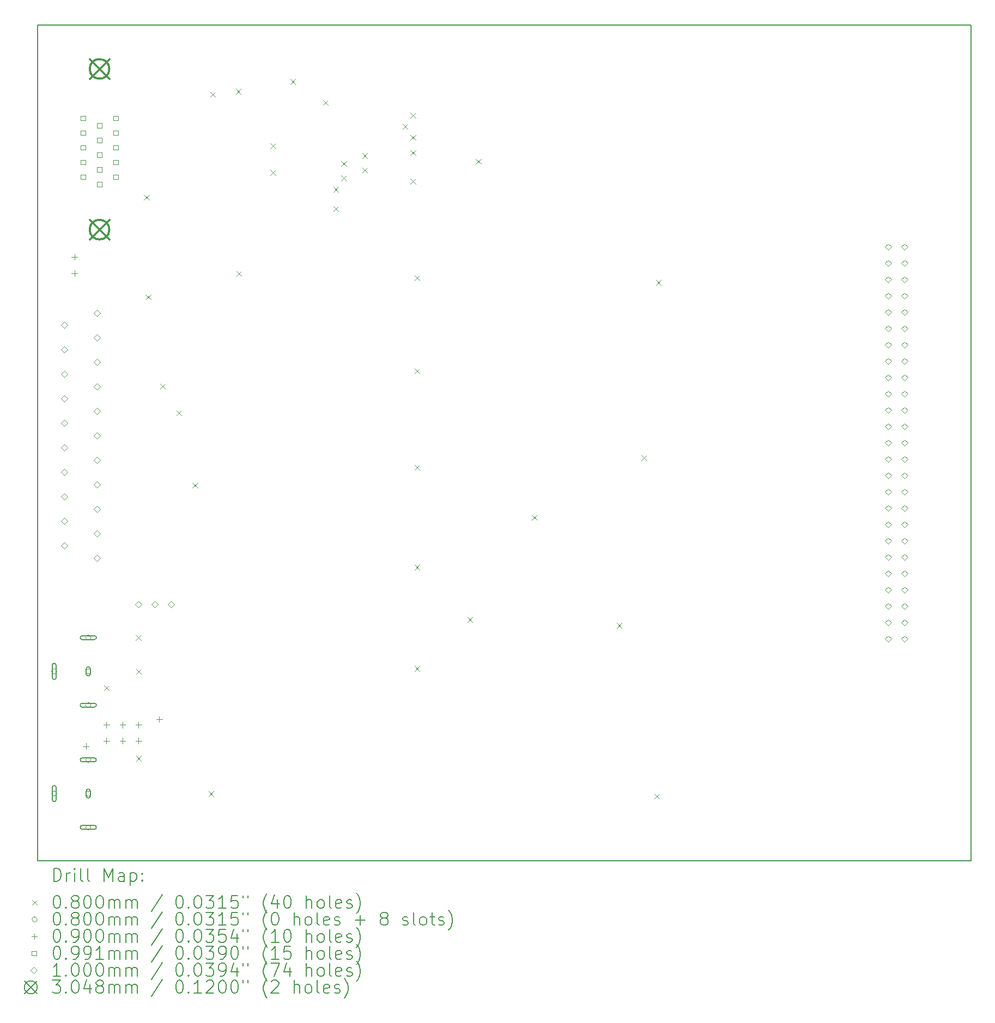
<source format=gbr>
%FSLAX45Y45*%
G04 Gerber Fmt 4.5, Leading zero omitted, Abs format (unit mm)*
G04 Created by KiCad (PCBNEW 6.0.2+dfsg-1) date 2024-08-10 18:00:21*
%MOMM*%
%LPD*%
G01*
G04 APERTURE LIST*
%TA.AperFunction,Profile*%
%ADD10C,0.150000*%
%TD*%
%ADD11C,0.200000*%
%ADD12C,0.080000*%
%ADD13C,0.090000*%
%ADD14C,0.099060*%
%ADD15C,0.100000*%
%ADD16C,0.304800*%
G04 APERTURE END LIST*
D10*
X22782500Y-16015000D02*
X8280000Y-16015000D01*
X8280000Y-16015000D02*
X8280000Y-3015000D01*
X8280000Y-3015000D02*
X22782500Y-3015000D01*
X22782500Y-3015000D02*
X22782500Y-16015000D01*
D11*
D12*
X9308650Y-13285000D02*
X9388650Y-13365000D01*
X9388650Y-13285000D02*
X9308650Y-13365000D01*
X9803650Y-12505000D02*
X9883650Y-12585000D01*
X9883650Y-12505000D02*
X9803650Y-12585000D01*
X9808650Y-13035000D02*
X9888650Y-13115000D01*
X9888650Y-13035000D02*
X9808650Y-13115000D01*
X9808650Y-14385000D02*
X9888650Y-14465000D01*
X9888650Y-14385000D02*
X9808650Y-14465000D01*
X9933650Y-5660000D02*
X10013650Y-5740000D01*
X10013650Y-5660000D02*
X9933650Y-5740000D01*
X9958650Y-7210000D02*
X10038650Y-7290000D01*
X10038650Y-7210000D02*
X9958650Y-7290000D01*
X10183650Y-8598000D02*
X10263650Y-8678000D01*
X10263650Y-8598000D02*
X10183650Y-8678000D01*
X10433650Y-9010000D02*
X10513650Y-9090000D01*
X10513650Y-9010000D02*
X10433650Y-9090000D01*
X10683650Y-10135000D02*
X10763650Y-10215000D01*
X10763650Y-10135000D02*
X10683650Y-10215000D01*
X10933650Y-14935000D02*
X11013650Y-15015000D01*
X11013650Y-14935000D02*
X10933650Y-15015000D01*
X10958650Y-4060000D02*
X11038650Y-4140000D01*
X11038650Y-4060000D02*
X10958650Y-4140000D01*
X11358650Y-4010000D02*
X11438650Y-4090000D01*
X11438650Y-4010000D02*
X11358650Y-4090000D01*
X11364600Y-6843400D02*
X11444600Y-6923400D01*
X11444600Y-6843400D02*
X11364600Y-6923400D01*
X11896150Y-4860000D02*
X11976150Y-4940000D01*
X11976150Y-4860000D02*
X11896150Y-4940000D01*
X11896150Y-5272500D02*
X11976150Y-5352500D01*
X11976150Y-5272500D02*
X11896150Y-5352500D01*
X12202800Y-3860000D02*
X12282800Y-3940000D01*
X12282800Y-3860000D02*
X12202800Y-3940000D01*
X12712800Y-4184600D02*
X12792800Y-4264600D01*
X12792800Y-4184600D02*
X12712800Y-4264600D01*
X12872150Y-5534600D02*
X12952150Y-5614600D01*
X12952150Y-5534600D02*
X12872150Y-5614600D01*
X12872150Y-5834600D02*
X12952150Y-5914600D01*
X12952150Y-5834600D02*
X12872150Y-5914600D01*
X12997150Y-5134600D02*
X13077150Y-5214600D01*
X13077150Y-5134600D02*
X12997150Y-5214600D01*
X12997150Y-5359600D02*
X13077150Y-5439600D01*
X13077150Y-5359600D02*
X12997150Y-5439600D01*
X13322150Y-5009600D02*
X13402150Y-5089600D01*
X13402150Y-5009600D02*
X13322150Y-5089600D01*
X13322150Y-5234600D02*
X13402150Y-5314600D01*
X13402150Y-5234600D02*
X13322150Y-5314600D01*
X13947150Y-4559600D02*
X14027150Y-4639600D01*
X14027150Y-4559600D02*
X13947150Y-4639600D01*
X14072150Y-4384600D02*
X14152150Y-4464600D01*
X14152150Y-4384600D02*
X14072150Y-4464600D01*
X14072150Y-4726600D02*
X14152150Y-4806600D01*
X14152150Y-4726600D02*
X14072150Y-4806600D01*
X14072150Y-5409600D02*
X14152150Y-5489600D01*
X14152150Y-5409600D02*
X14072150Y-5489600D01*
X14073800Y-4963800D02*
X14153800Y-5043800D01*
X14153800Y-4963800D02*
X14073800Y-5043800D01*
X14133650Y-6910000D02*
X14213650Y-6990000D01*
X14213650Y-6910000D02*
X14133650Y-6990000D01*
X14133650Y-8360000D02*
X14213650Y-8440000D01*
X14213650Y-8360000D02*
X14133650Y-8440000D01*
X14133650Y-9860000D02*
X14213650Y-9940000D01*
X14213650Y-9860000D02*
X14133650Y-9940000D01*
X14133650Y-11410000D02*
X14213650Y-11490000D01*
X14213650Y-11410000D02*
X14133650Y-11490000D01*
X14133650Y-12985000D02*
X14213650Y-13065000D01*
X14213650Y-12985000D02*
X14133650Y-13065000D01*
X14958650Y-12223300D02*
X15038650Y-12303300D01*
X15038650Y-12223300D02*
X14958650Y-12303300D01*
X15089250Y-5101600D02*
X15169250Y-5181600D01*
X15169250Y-5101600D02*
X15089250Y-5181600D01*
X15960000Y-10635000D02*
X16040000Y-10715000D01*
X16040000Y-10635000D02*
X15960000Y-10715000D01*
X17276150Y-12317500D02*
X17356150Y-12397500D01*
X17356150Y-12317500D02*
X17276150Y-12397500D01*
X17660000Y-9710000D02*
X17740000Y-9790000D01*
X17740000Y-9710000D02*
X17660000Y-9790000D01*
X17858650Y-14970000D02*
X17938650Y-15050000D01*
X17938650Y-14970000D02*
X17858650Y-15050000D01*
X17885000Y-6985000D02*
X17965000Y-7065000D01*
X17965000Y-6985000D02*
X17885000Y-7065000D01*
X8575937Y-14970000D02*
G75*
G03*
X8575937Y-14970000I-40000J0D01*
G01*
D11*
X8505937Y-14875000D02*
X8505937Y-15065000D01*
X8565937Y-14875000D02*
X8565937Y-15065000D01*
X8505937Y-15065000D02*
G75*
G03*
X8565937Y-15065000I30000J0D01*
G01*
X8565937Y-14875000D02*
G75*
G03*
X8505937Y-14875000I-30000J0D01*
G01*
D12*
X8576150Y-13070000D02*
G75*
G03*
X8576150Y-13070000I-40000J0D01*
G01*
D11*
X8506150Y-12975000D02*
X8506150Y-13165000D01*
X8566150Y-12975000D02*
X8566150Y-13165000D01*
X8506150Y-13165000D02*
G75*
G03*
X8566150Y-13165000I30000J0D01*
G01*
X8566150Y-12975000D02*
G75*
G03*
X8506150Y-12975000I-30000J0D01*
G01*
D12*
X9105937Y-14445000D02*
G75*
G03*
X9105937Y-14445000I-40000J0D01*
G01*
D11*
X8970937Y-14475000D02*
X9160937Y-14475000D01*
X8970937Y-14415000D02*
X9160937Y-14415000D01*
X9160937Y-14475000D02*
G75*
G03*
X9160937Y-14415000I0J30000D01*
G01*
X8970937Y-14415000D02*
G75*
G03*
X8970937Y-14475000I0J-30000D01*
G01*
D12*
X9105937Y-14970000D02*
G75*
G03*
X9105937Y-14970000I-40000J0D01*
G01*
D11*
X9035937Y-14930000D02*
X9035937Y-15010000D01*
X9095937Y-14930000D02*
X9095937Y-15010000D01*
X9035937Y-15010000D02*
G75*
G03*
X9095937Y-15010000I30000J0D01*
G01*
X9095937Y-14930000D02*
G75*
G03*
X9035937Y-14930000I-30000J0D01*
G01*
D12*
X9105937Y-15495000D02*
G75*
G03*
X9105937Y-15495000I-40000J0D01*
G01*
D11*
X8970937Y-15525000D02*
X9160937Y-15525000D01*
X8970937Y-15465000D02*
X9160937Y-15465000D01*
X9160937Y-15525000D02*
G75*
G03*
X9160937Y-15465000I0J30000D01*
G01*
X8970937Y-15465000D02*
G75*
G03*
X8970937Y-15525000I0J-30000D01*
G01*
D12*
X9106150Y-12545000D02*
G75*
G03*
X9106150Y-12545000I-40000J0D01*
G01*
D11*
X8971150Y-12575000D02*
X9161150Y-12575000D01*
X8971150Y-12515000D02*
X9161150Y-12515000D01*
X9161150Y-12575000D02*
G75*
G03*
X9161150Y-12515000I0J30000D01*
G01*
X8971150Y-12515000D02*
G75*
G03*
X8971150Y-12575000I0J-30000D01*
G01*
D12*
X9106150Y-13070000D02*
G75*
G03*
X9106150Y-13070000I-40000J0D01*
G01*
D11*
X9036150Y-13030000D02*
X9036150Y-13110000D01*
X9096150Y-13030000D02*
X9096150Y-13110000D01*
X9036150Y-13110000D02*
G75*
G03*
X9096150Y-13110000I30000J0D01*
G01*
X9096150Y-13030000D02*
G75*
G03*
X9036150Y-13030000I-30000J0D01*
G01*
D12*
X9106150Y-13595000D02*
G75*
G03*
X9106150Y-13595000I-40000J0D01*
G01*
D11*
X8971150Y-13625000D02*
X9161150Y-13625000D01*
X8971150Y-13565000D02*
X9161150Y-13565000D01*
X9161150Y-13625000D02*
G75*
G03*
X9161150Y-13565000I0J30000D01*
G01*
X8971150Y-13565000D02*
G75*
G03*
X8971150Y-13625000I0J-30000D01*
G01*
D13*
X8851150Y-6580000D02*
X8851150Y-6670000D01*
X8806150Y-6625000D02*
X8896150Y-6625000D01*
X8851150Y-6834000D02*
X8851150Y-6924000D01*
X8806150Y-6879000D02*
X8896150Y-6879000D01*
X9028650Y-14190000D02*
X9028650Y-14280000D01*
X8983650Y-14235000D02*
X9073650Y-14235000D01*
X9348650Y-13855000D02*
X9348650Y-13945000D01*
X9303650Y-13900000D02*
X9393650Y-13900000D01*
X9348650Y-14105000D02*
X9348650Y-14195000D01*
X9303650Y-14150000D02*
X9393650Y-14150000D01*
X9598650Y-13855000D02*
X9598650Y-13945000D01*
X9553650Y-13900000D02*
X9643650Y-13900000D01*
X9598650Y-14105000D02*
X9598650Y-14195000D01*
X9553650Y-14150000D02*
X9643650Y-14150000D01*
X9848650Y-13855000D02*
X9848650Y-13945000D01*
X9803650Y-13900000D02*
X9893650Y-13900000D01*
X9848650Y-14105000D02*
X9848650Y-14195000D01*
X9803650Y-14150000D02*
X9893650Y-14150000D01*
X10168650Y-13770000D02*
X10168650Y-13860000D01*
X10123650Y-13815000D02*
X10213650Y-13815000D01*
D14*
X9020896Y-4502423D02*
X9020896Y-4432377D01*
X8950850Y-4432377D01*
X8950850Y-4502423D01*
X9020896Y-4502423D01*
X9020896Y-4731023D02*
X9020896Y-4660977D01*
X8950850Y-4660977D01*
X8950850Y-4731023D01*
X9020896Y-4731023D01*
X9020896Y-4959623D02*
X9020896Y-4889577D01*
X8950850Y-4889577D01*
X8950850Y-4959623D01*
X9020896Y-4959623D01*
X9020896Y-5188223D02*
X9020896Y-5118177D01*
X8950850Y-5118177D01*
X8950850Y-5188223D01*
X9020896Y-5188223D01*
X9020896Y-5416823D02*
X9020896Y-5346777D01*
X8950850Y-5346777D01*
X8950850Y-5416823D01*
X9020896Y-5416823D01*
X9274896Y-4616723D02*
X9274896Y-4546677D01*
X9204850Y-4546677D01*
X9204850Y-4616723D01*
X9274896Y-4616723D01*
X9274896Y-4845323D02*
X9274896Y-4775277D01*
X9204850Y-4775277D01*
X9204850Y-4845323D01*
X9274896Y-4845323D01*
X9274896Y-5073923D02*
X9274896Y-5003877D01*
X9204850Y-5003877D01*
X9204850Y-5073923D01*
X9274896Y-5073923D01*
X9274896Y-5302523D02*
X9274896Y-5232477D01*
X9204850Y-5232477D01*
X9204850Y-5302523D01*
X9274896Y-5302523D01*
X9274896Y-5531123D02*
X9274896Y-5461077D01*
X9204850Y-5461077D01*
X9204850Y-5531123D01*
X9274896Y-5531123D01*
X9528896Y-4502423D02*
X9528896Y-4432377D01*
X9458850Y-4432377D01*
X9458850Y-4502423D01*
X9528896Y-4502423D01*
X9528896Y-4731023D02*
X9528896Y-4660977D01*
X9458850Y-4660977D01*
X9458850Y-4731023D01*
X9528896Y-4731023D01*
X9528896Y-4959623D02*
X9528896Y-4889577D01*
X9458850Y-4889577D01*
X9458850Y-4959623D01*
X9528896Y-4959623D01*
X9528896Y-5188223D02*
X9528896Y-5118177D01*
X9458850Y-5118177D01*
X9458850Y-5188223D01*
X9528896Y-5188223D01*
X9528896Y-5416823D02*
X9528896Y-5346777D01*
X9458850Y-5346777D01*
X9458850Y-5416823D01*
X9528896Y-5416823D01*
D15*
X8692000Y-7735500D02*
X8742000Y-7685500D01*
X8692000Y-7635500D01*
X8642000Y-7685500D01*
X8692000Y-7735500D01*
X8692000Y-8116500D02*
X8742000Y-8066500D01*
X8692000Y-8016500D01*
X8642000Y-8066500D01*
X8692000Y-8116500D01*
X8692000Y-8497500D02*
X8742000Y-8447500D01*
X8692000Y-8397500D01*
X8642000Y-8447500D01*
X8692000Y-8497500D01*
X8692000Y-8878500D02*
X8742000Y-8828500D01*
X8692000Y-8778500D01*
X8642000Y-8828500D01*
X8692000Y-8878500D01*
X8692000Y-9259500D02*
X8742000Y-9209500D01*
X8692000Y-9159500D01*
X8642000Y-9209500D01*
X8692000Y-9259500D01*
X8692000Y-9640500D02*
X8742000Y-9590500D01*
X8692000Y-9540500D01*
X8642000Y-9590500D01*
X8692000Y-9640500D01*
X8692000Y-10021500D02*
X8742000Y-9971500D01*
X8692000Y-9921500D01*
X8642000Y-9971500D01*
X8692000Y-10021500D01*
X8692000Y-10402500D02*
X8742000Y-10352500D01*
X8692000Y-10302500D01*
X8642000Y-10352500D01*
X8692000Y-10402500D01*
X8692000Y-10783500D02*
X8742000Y-10733500D01*
X8692000Y-10683500D01*
X8642000Y-10733500D01*
X8692000Y-10783500D01*
X8692000Y-11164500D02*
X8742000Y-11114500D01*
X8692000Y-11064500D01*
X8642000Y-11114500D01*
X8692000Y-11164500D01*
X9200000Y-7545000D02*
X9250000Y-7495000D01*
X9200000Y-7445000D01*
X9150000Y-7495000D01*
X9200000Y-7545000D01*
X9200000Y-7926000D02*
X9250000Y-7876000D01*
X9200000Y-7826000D01*
X9150000Y-7876000D01*
X9200000Y-7926000D01*
X9200000Y-8307000D02*
X9250000Y-8257000D01*
X9200000Y-8207000D01*
X9150000Y-8257000D01*
X9200000Y-8307000D01*
X9200000Y-8688000D02*
X9250000Y-8638000D01*
X9200000Y-8588000D01*
X9150000Y-8638000D01*
X9200000Y-8688000D01*
X9200000Y-9069000D02*
X9250000Y-9019000D01*
X9200000Y-8969000D01*
X9150000Y-9019000D01*
X9200000Y-9069000D01*
X9200000Y-9450000D02*
X9250000Y-9400000D01*
X9200000Y-9350000D01*
X9150000Y-9400000D01*
X9200000Y-9450000D01*
X9200000Y-9831000D02*
X9250000Y-9781000D01*
X9200000Y-9731000D01*
X9150000Y-9781000D01*
X9200000Y-9831000D01*
X9200000Y-10212000D02*
X9250000Y-10162000D01*
X9200000Y-10112000D01*
X9150000Y-10162000D01*
X9200000Y-10212000D01*
X9200000Y-10593000D02*
X9250000Y-10543000D01*
X9200000Y-10493000D01*
X9150000Y-10543000D01*
X9200000Y-10593000D01*
X9200000Y-10974000D02*
X9250000Y-10924000D01*
X9200000Y-10874000D01*
X9150000Y-10924000D01*
X9200000Y-10974000D01*
X9200000Y-11355000D02*
X9250000Y-11305000D01*
X9200000Y-11255000D01*
X9150000Y-11305000D01*
X9200000Y-11355000D01*
X9846150Y-12075000D02*
X9896150Y-12025000D01*
X9846150Y-11975000D01*
X9796150Y-12025000D01*
X9846150Y-12075000D01*
X10100150Y-12075000D02*
X10150150Y-12025000D01*
X10100150Y-11975000D01*
X10050150Y-12025000D01*
X10100150Y-12075000D01*
X10354150Y-12075000D02*
X10404150Y-12025000D01*
X10354150Y-11975000D01*
X10304150Y-12025000D01*
X10354150Y-12075000D01*
X21492000Y-6518500D02*
X21542000Y-6468500D01*
X21492000Y-6418500D01*
X21442000Y-6468500D01*
X21492000Y-6518500D01*
X21492000Y-6772500D02*
X21542000Y-6722500D01*
X21492000Y-6672500D01*
X21442000Y-6722500D01*
X21492000Y-6772500D01*
X21492000Y-7026500D02*
X21542000Y-6976500D01*
X21492000Y-6926500D01*
X21442000Y-6976500D01*
X21492000Y-7026500D01*
X21492000Y-7280500D02*
X21542000Y-7230500D01*
X21492000Y-7180500D01*
X21442000Y-7230500D01*
X21492000Y-7280500D01*
X21492000Y-7534500D02*
X21542000Y-7484500D01*
X21492000Y-7434500D01*
X21442000Y-7484500D01*
X21492000Y-7534500D01*
X21492000Y-7788500D02*
X21542000Y-7738500D01*
X21492000Y-7688500D01*
X21442000Y-7738500D01*
X21492000Y-7788500D01*
X21492000Y-8042500D02*
X21542000Y-7992500D01*
X21492000Y-7942500D01*
X21442000Y-7992500D01*
X21492000Y-8042500D01*
X21492000Y-8296500D02*
X21542000Y-8246500D01*
X21492000Y-8196500D01*
X21442000Y-8246500D01*
X21492000Y-8296500D01*
X21492000Y-8550500D02*
X21542000Y-8500500D01*
X21492000Y-8450500D01*
X21442000Y-8500500D01*
X21492000Y-8550500D01*
X21492000Y-8804500D02*
X21542000Y-8754500D01*
X21492000Y-8704500D01*
X21442000Y-8754500D01*
X21492000Y-8804500D01*
X21492000Y-9058500D02*
X21542000Y-9008500D01*
X21492000Y-8958500D01*
X21442000Y-9008500D01*
X21492000Y-9058500D01*
X21492000Y-9312500D02*
X21542000Y-9262500D01*
X21492000Y-9212500D01*
X21442000Y-9262500D01*
X21492000Y-9312500D01*
X21492000Y-9566500D02*
X21542000Y-9516500D01*
X21492000Y-9466500D01*
X21442000Y-9516500D01*
X21492000Y-9566500D01*
X21492000Y-9820500D02*
X21542000Y-9770500D01*
X21492000Y-9720500D01*
X21442000Y-9770500D01*
X21492000Y-9820500D01*
X21492000Y-10074500D02*
X21542000Y-10024500D01*
X21492000Y-9974500D01*
X21442000Y-10024500D01*
X21492000Y-10074500D01*
X21492000Y-10328500D02*
X21542000Y-10278500D01*
X21492000Y-10228500D01*
X21442000Y-10278500D01*
X21492000Y-10328500D01*
X21492000Y-10582500D02*
X21542000Y-10532500D01*
X21492000Y-10482500D01*
X21442000Y-10532500D01*
X21492000Y-10582500D01*
X21492000Y-10836500D02*
X21542000Y-10786500D01*
X21492000Y-10736500D01*
X21442000Y-10786500D01*
X21492000Y-10836500D01*
X21492000Y-11090500D02*
X21542000Y-11040500D01*
X21492000Y-10990500D01*
X21442000Y-11040500D01*
X21492000Y-11090500D01*
X21492000Y-11344500D02*
X21542000Y-11294500D01*
X21492000Y-11244500D01*
X21442000Y-11294500D01*
X21492000Y-11344500D01*
X21492000Y-11598500D02*
X21542000Y-11548500D01*
X21492000Y-11498500D01*
X21442000Y-11548500D01*
X21492000Y-11598500D01*
X21492000Y-11852500D02*
X21542000Y-11802500D01*
X21492000Y-11752500D01*
X21442000Y-11802500D01*
X21492000Y-11852500D01*
X21492000Y-12106500D02*
X21542000Y-12056500D01*
X21492000Y-12006500D01*
X21442000Y-12056500D01*
X21492000Y-12106500D01*
X21492000Y-12360500D02*
X21542000Y-12310500D01*
X21492000Y-12260500D01*
X21442000Y-12310500D01*
X21492000Y-12360500D01*
X21492000Y-12614500D02*
X21542000Y-12564500D01*
X21492000Y-12514500D01*
X21442000Y-12564500D01*
X21492000Y-12614500D01*
X21746000Y-6518500D02*
X21796000Y-6468500D01*
X21746000Y-6418500D01*
X21696000Y-6468500D01*
X21746000Y-6518500D01*
X21746000Y-6772500D02*
X21796000Y-6722500D01*
X21746000Y-6672500D01*
X21696000Y-6722500D01*
X21746000Y-6772500D01*
X21746000Y-7026500D02*
X21796000Y-6976500D01*
X21746000Y-6926500D01*
X21696000Y-6976500D01*
X21746000Y-7026500D01*
X21746000Y-7280500D02*
X21796000Y-7230500D01*
X21746000Y-7180500D01*
X21696000Y-7230500D01*
X21746000Y-7280500D01*
X21746000Y-7534500D02*
X21796000Y-7484500D01*
X21746000Y-7434500D01*
X21696000Y-7484500D01*
X21746000Y-7534500D01*
X21746000Y-7788500D02*
X21796000Y-7738500D01*
X21746000Y-7688500D01*
X21696000Y-7738500D01*
X21746000Y-7788500D01*
X21746000Y-8042500D02*
X21796000Y-7992500D01*
X21746000Y-7942500D01*
X21696000Y-7992500D01*
X21746000Y-8042500D01*
X21746000Y-8296500D02*
X21796000Y-8246500D01*
X21746000Y-8196500D01*
X21696000Y-8246500D01*
X21746000Y-8296500D01*
X21746000Y-8550500D02*
X21796000Y-8500500D01*
X21746000Y-8450500D01*
X21696000Y-8500500D01*
X21746000Y-8550500D01*
X21746000Y-8804500D02*
X21796000Y-8754500D01*
X21746000Y-8704500D01*
X21696000Y-8754500D01*
X21746000Y-8804500D01*
X21746000Y-9058500D02*
X21796000Y-9008500D01*
X21746000Y-8958500D01*
X21696000Y-9008500D01*
X21746000Y-9058500D01*
X21746000Y-9312500D02*
X21796000Y-9262500D01*
X21746000Y-9212500D01*
X21696000Y-9262500D01*
X21746000Y-9312500D01*
X21746000Y-9566500D02*
X21796000Y-9516500D01*
X21746000Y-9466500D01*
X21696000Y-9516500D01*
X21746000Y-9566500D01*
X21746000Y-9820500D02*
X21796000Y-9770500D01*
X21746000Y-9720500D01*
X21696000Y-9770500D01*
X21746000Y-9820500D01*
X21746000Y-10074500D02*
X21796000Y-10024500D01*
X21746000Y-9974500D01*
X21696000Y-10024500D01*
X21746000Y-10074500D01*
X21746000Y-10328500D02*
X21796000Y-10278500D01*
X21746000Y-10228500D01*
X21696000Y-10278500D01*
X21746000Y-10328500D01*
X21746000Y-10582500D02*
X21796000Y-10532500D01*
X21746000Y-10482500D01*
X21696000Y-10532500D01*
X21746000Y-10582500D01*
X21746000Y-10836500D02*
X21796000Y-10786500D01*
X21746000Y-10736500D01*
X21696000Y-10786500D01*
X21746000Y-10836500D01*
X21746000Y-11090500D02*
X21796000Y-11040500D01*
X21746000Y-10990500D01*
X21696000Y-11040500D01*
X21746000Y-11090500D01*
X21746000Y-11344500D02*
X21796000Y-11294500D01*
X21746000Y-11244500D01*
X21696000Y-11294500D01*
X21746000Y-11344500D01*
X21746000Y-11598500D02*
X21796000Y-11548500D01*
X21746000Y-11498500D01*
X21696000Y-11548500D01*
X21746000Y-11598500D01*
X21746000Y-11852500D02*
X21796000Y-11802500D01*
X21746000Y-11752500D01*
X21696000Y-11802500D01*
X21746000Y-11852500D01*
X21746000Y-12106500D02*
X21796000Y-12056500D01*
X21746000Y-12006500D01*
X21696000Y-12056500D01*
X21746000Y-12106500D01*
X21746000Y-12360500D02*
X21796000Y-12310500D01*
X21746000Y-12260500D01*
X21696000Y-12310500D01*
X21746000Y-12360500D01*
X21746000Y-12614500D02*
X21796000Y-12564500D01*
X21746000Y-12514500D01*
X21696000Y-12564500D01*
X21746000Y-12614500D01*
D16*
X9087473Y-3547920D02*
X9392273Y-3852720D01*
X9392273Y-3547920D02*
X9087473Y-3852720D01*
X9392273Y-3700320D02*
G75*
G03*
X9392273Y-3700320I-152400J0D01*
G01*
X9087473Y-6047280D02*
X9392273Y-6352080D01*
X9392273Y-6047280D02*
X9087473Y-6352080D01*
X9392273Y-6199680D02*
G75*
G03*
X9392273Y-6199680I-152400J0D01*
G01*
D11*
X8530119Y-16332976D02*
X8530119Y-16132976D01*
X8577738Y-16132976D01*
X8606310Y-16142500D01*
X8625357Y-16161548D01*
X8634881Y-16180595D01*
X8644405Y-16218690D01*
X8644405Y-16247262D01*
X8634881Y-16285357D01*
X8625357Y-16304405D01*
X8606310Y-16323452D01*
X8577738Y-16332976D01*
X8530119Y-16332976D01*
X8730119Y-16332976D02*
X8730119Y-16199643D01*
X8730119Y-16237738D02*
X8739643Y-16218690D01*
X8749167Y-16209167D01*
X8768214Y-16199643D01*
X8787262Y-16199643D01*
X8853929Y-16332976D02*
X8853929Y-16199643D01*
X8853929Y-16132976D02*
X8844405Y-16142500D01*
X8853929Y-16152024D01*
X8863452Y-16142500D01*
X8853929Y-16132976D01*
X8853929Y-16152024D01*
X8977738Y-16332976D02*
X8958690Y-16323452D01*
X8949167Y-16304405D01*
X8949167Y-16132976D01*
X9082500Y-16332976D02*
X9063452Y-16323452D01*
X9053929Y-16304405D01*
X9053929Y-16132976D01*
X9311071Y-16332976D02*
X9311071Y-16132976D01*
X9377738Y-16275833D01*
X9444405Y-16132976D01*
X9444405Y-16332976D01*
X9625357Y-16332976D02*
X9625357Y-16228214D01*
X9615833Y-16209167D01*
X9596786Y-16199643D01*
X9558690Y-16199643D01*
X9539643Y-16209167D01*
X9625357Y-16323452D02*
X9606310Y-16332976D01*
X9558690Y-16332976D01*
X9539643Y-16323452D01*
X9530119Y-16304405D01*
X9530119Y-16285357D01*
X9539643Y-16266309D01*
X9558690Y-16256786D01*
X9606310Y-16256786D01*
X9625357Y-16247262D01*
X9720595Y-16199643D02*
X9720595Y-16399643D01*
X9720595Y-16209167D02*
X9739643Y-16199643D01*
X9777738Y-16199643D01*
X9796786Y-16209167D01*
X9806310Y-16218690D01*
X9815833Y-16237738D01*
X9815833Y-16294881D01*
X9806310Y-16313928D01*
X9796786Y-16323452D01*
X9777738Y-16332976D01*
X9739643Y-16332976D01*
X9720595Y-16323452D01*
X9901548Y-16313928D02*
X9911071Y-16323452D01*
X9901548Y-16332976D01*
X9892024Y-16323452D01*
X9901548Y-16313928D01*
X9901548Y-16332976D01*
X9901548Y-16209167D02*
X9911071Y-16218690D01*
X9901548Y-16228214D01*
X9892024Y-16218690D01*
X9901548Y-16209167D01*
X9901548Y-16228214D01*
D12*
X8192500Y-16622500D02*
X8272500Y-16702500D01*
X8272500Y-16622500D02*
X8192500Y-16702500D01*
D11*
X8568214Y-16552976D02*
X8587262Y-16552976D01*
X8606310Y-16562500D01*
X8615833Y-16572024D01*
X8625357Y-16591071D01*
X8634881Y-16629167D01*
X8634881Y-16676786D01*
X8625357Y-16714881D01*
X8615833Y-16733928D01*
X8606310Y-16743452D01*
X8587262Y-16752976D01*
X8568214Y-16752976D01*
X8549167Y-16743452D01*
X8539643Y-16733928D01*
X8530119Y-16714881D01*
X8520595Y-16676786D01*
X8520595Y-16629167D01*
X8530119Y-16591071D01*
X8539643Y-16572024D01*
X8549167Y-16562500D01*
X8568214Y-16552976D01*
X8720595Y-16733928D02*
X8730119Y-16743452D01*
X8720595Y-16752976D01*
X8711071Y-16743452D01*
X8720595Y-16733928D01*
X8720595Y-16752976D01*
X8844405Y-16638690D02*
X8825357Y-16629167D01*
X8815833Y-16619643D01*
X8806310Y-16600595D01*
X8806310Y-16591071D01*
X8815833Y-16572024D01*
X8825357Y-16562500D01*
X8844405Y-16552976D01*
X8882500Y-16552976D01*
X8901548Y-16562500D01*
X8911071Y-16572024D01*
X8920595Y-16591071D01*
X8920595Y-16600595D01*
X8911071Y-16619643D01*
X8901548Y-16629167D01*
X8882500Y-16638690D01*
X8844405Y-16638690D01*
X8825357Y-16648214D01*
X8815833Y-16657738D01*
X8806310Y-16676786D01*
X8806310Y-16714881D01*
X8815833Y-16733928D01*
X8825357Y-16743452D01*
X8844405Y-16752976D01*
X8882500Y-16752976D01*
X8901548Y-16743452D01*
X8911071Y-16733928D01*
X8920595Y-16714881D01*
X8920595Y-16676786D01*
X8911071Y-16657738D01*
X8901548Y-16648214D01*
X8882500Y-16638690D01*
X9044405Y-16552976D02*
X9063452Y-16552976D01*
X9082500Y-16562500D01*
X9092024Y-16572024D01*
X9101548Y-16591071D01*
X9111071Y-16629167D01*
X9111071Y-16676786D01*
X9101548Y-16714881D01*
X9092024Y-16733928D01*
X9082500Y-16743452D01*
X9063452Y-16752976D01*
X9044405Y-16752976D01*
X9025357Y-16743452D01*
X9015833Y-16733928D01*
X9006310Y-16714881D01*
X8996786Y-16676786D01*
X8996786Y-16629167D01*
X9006310Y-16591071D01*
X9015833Y-16572024D01*
X9025357Y-16562500D01*
X9044405Y-16552976D01*
X9234881Y-16552976D02*
X9253929Y-16552976D01*
X9272976Y-16562500D01*
X9282500Y-16572024D01*
X9292024Y-16591071D01*
X9301548Y-16629167D01*
X9301548Y-16676786D01*
X9292024Y-16714881D01*
X9282500Y-16733928D01*
X9272976Y-16743452D01*
X9253929Y-16752976D01*
X9234881Y-16752976D01*
X9215833Y-16743452D01*
X9206310Y-16733928D01*
X9196786Y-16714881D01*
X9187262Y-16676786D01*
X9187262Y-16629167D01*
X9196786Y-16591071D01*
X9206310Y-16572024D01*
X9215833Y-16562500D01*
X9234881Y-16552976D01*
X9387262Y-16752976D02*
X9387262Y-16619643D01*
X9387262Y-16638690D02*
X9396786Y-16629167D01*
X9415833Y-16619643D01*
X9444405Y-16619643D01*
X9463452Y-16629167D01*
X9472976Y-16648214D01*
X9472976Y-16752976D01*
X9472976Y-16648214D02*
X9482500Y-16629167D01*
X9501548Y-16619643D01*
X9530119Y-16619643D01*
X9549167Y-16629167D01*
X9558690Y-16648214D01*
X9558690Y-16752976D01*
X9653929Y-16752976D02*
X9653929Y-16619643D01*
X9653929Y-16638690D02*
X9663452Y-16629167D01*
X9682500Y-16619643D01*
X9711071Y-16619643D01*
X9730119Y-16629167D01*
X9739643Y-16648214D01*
X9739643Y-16752976D01*
X9739643Y-16648214D02*
X9749167Y-16629167D01*
X9768214Y-16619643D01*
X9796786Y-16619643D01*
X9815833Y-16629167D01*
X9825357Y-16648214D01*
X9825357Y-16752976D01*
X10215833Y-16543452D02*
X10044405Y-16800595D01*
X10472976Y-16552976D02*
X10492024Y-16552976D01*
X10511071Y-16562500D01*
X10520595Y-16572024D01*
X10530119Y-16591071D01*
X10539643Y-16629167D01*
X10539643Y-16676786D01*
X10530119Y-16714881D01*
X10520595Y-16733928D01*
X10511071Y-16743452D01*
X10492024Y-16752976D01*
X10472976Y-16752976D01*
X10453929Y-16743452D01*
X10444405Y-16733928D01*
X10434881Y-16714881D01*
X10425357Y-16676786D01*
X10425357Y-16629167D01*
X10434881Y-16591071D01*
X10444405Y-16572024D01*
X10453929Y-16562500D01*
X10472976Y-16552976D01*
X10625357Y-16733928D02*
X10634881Y-16743452D01*
X10625357Y-16752976D01*
X10615833Y-16743452D01*
X10625357Y-16733928D01*
X10625357Y-16752976D01*
X10758690Y-16552976D02*
X10777738Y-16552976D01*
X10796786Y-16562500D01*
X10806310Y-16572024D01*
X10815833Y-16591071D01*
X10825357Y-16629167D01*
X10825357Y-16676786D01*
X10815833Y-16714881D01*
X10806310Y-16733928D01*
X10796786Y-16743452D01*
X10777738Y-16752976D01*
X10758690Y-16752976D01*
X10739643Y-16743452D01*
X10730119Y-16733928D01*
X10720595Y-16714881D01*
X10711071Y-16676786D01*
X10711071Y-16629167D01*
X10720595Y-16591071D01*
X10730119Y-16572024D01*
X10739643Y-16562500D01*
X10758690Y-16552976D01*
X10892024Y-16552976D02*
X11015833Y-16552976D01*
X10949167Y-16629167D01*
X10977738Y-16629167D01*
X10996786Y-16638690D01*
X11006310Y-16648214D01*
X11015833Y-16667262D01*
X11015833Y-16714881D01*
X11006310Y-16733928D01*
X10996786Y-16743452D01*
X10977738Y-16752976D01*
X10920595Y-16752976D01*
X10901548Y-16743452D01*
X10892024Y-16733928D01*
X11206309Y-16752976D02*
X11092024Y-16752976D01*
X11149167Y-16752976D02*
X11149167Y-16552976D01*
X11130119Y-16581548D01*
X11111071Y-16600595D01*
X11092024Y-16610119D01*
X11387262Y-16552976D02*
X11292024Y-16552976D01*
X11282500Y-16648214D01*
X11292024Y-16638690D01*
X11311071Y-16629167D01*
X11358690Y-16629167D01*
X11377738Y-16638690D01*
X11387262Y-16648214D01*
X11396786Y-16667262D01*
X11396786Y-16714881D01*
X11387262Y-16733928D01*
X11377738Y-16743452D01*
X11358690Y-16752976D01*
X11311071Y-16752976D01*
X11292024Y-16743452D01*
X11282500Y-16733928D01*
X11472976Y-16552976D02*
X11472976Y-16591071D01*
X11549167Y-16552976D02*
X11549167Y-16591071D01*
X11844405Y-16829167D02*
X11834881Y-16819643D01*
X11815833Y-16791071D01*
X11806309Y-16772024D01*
X11796786Y-16743452D01*
X11787262Y-16695833D01*
X11787262Y-16657738D01*
X11796786Y-16610119D01*
X11806309Y-16581548D01*
X11815833Y-16562500D01*
X11834881Y-16533928D01*
X11844405Y-16524405D01*
X12006309Y-16619643D02*
X12006309Y-16752976D01*
X11958690Y-16543452D02*
X11911071Y-16686309D01*
X12034881Y-16686309D01*
X12149167Y-16552976D02*
X12168214Y-16552976D01*
X12187262Y-16562500D01*
X12196786Y-16572024D01*
X12206309Y-16591071D01*
X12215833Y-16629167D01*
X12215833Y-16676786D01*
X12206309Y-16714881D01*
X12196786Y-16733928D01*
X12187262Y-16743452D01*
X12168214Y-16752976D01*
X12149167Y-16752976D01*
X12130119Y-16743452D01*
X12120595Y-16733928D01*
X12111071Y-16714881D01*
X12101548Y-16676786D01*
X12101548Y-16629167D01*
X12111071Y-16591071D01*
X12120595Y-16572024D01*
X12130119Y-16562500D01*
X12149167Y-16552976D01*
X12453928Y-16752976D02*
X12453928Y-16552976D01*
X12539643Y-16752976D02*
X12539643Y-16648214D01*
X12530119Y-16629167D01*
X12511071Y-16619643D01*
X12482500Y-16619643D01*
X12463452Y-16629167D01*
X12453928Y-16638690D01*
X12663452Y-16752976D02*
X12644405Y-16743452D01*
X12634881Y-16733928D01*
X12625357Y-16714881D01*
X12625357Y-16657738D01*
X12634881Y-16638690D01*
X12644405Y-16629167D01*
X12663452Y-16619643D01*
X12692024Y-16619643D01*
X12711071Y-16629167D01*
X12720595Y-16638690D01*
X12730119Y-16657738D01*
X12730119Y-16714881D01*
X12720595Y-16733928D01*
X12711071Y-16743452D01*
X12692024Y-16752976D01*
X12663452Y-16752976D01*
X12844405Y-16752976D02*
X12825357Y-16743452D01*
X12815833Y-16724405D01*
X12815833Y-16552976D01*
X12996786Y-16743452D02*
X12977738Y-16752976D01*
X12939643Y-16752976D01*
X12920595Y-16743452D01*
X12911071Y-16724405D01*
X12911071Y-16648214D01*
X12920595Y-16629167D01*
X12939643Y-16619643D01*
X12977738Y-16619643D01*
X12996786Y-16629167D01*
X13006309Y-16648214D01*
X13006309Y-16667262D01*
X12911071Y-16686309D01*
X13082500Y-16743452D02*
X13101548Y-16752976D01*
X13139643Y-16752976D01*
X13158690Y-16743452D01*
X13168214Y-16724405D01*
X13168214Y-16714881D01*
X13158690Y-16695833D01*
X13139643Y-16686309D01*
X13111071Y-16686309D01*
X13092024Y-16676786D01*
X13082500Y-16657738D01*
X13082500Y-16648214D01*
X13092024Y-16629167D01*
X13111071Y-16619643D01*
X13139643Y-16619643D01*
X13158690Y-16629167D01*
X13234881Y-16829167D02*
X13244405Y-16819643D01*
X13263452Y-16791071D01*
X13272976Y-16772024D01*
X13282500Y-16743452D01*
X13292024Y-16695833D01*
X13292024Y-16657738D01*
X13282500Y-16610119D01*
X13272976Y-16581548D01*
X13263452Y-16562500D01*
X13244405Y-16533928D01*
X13234881Y-16524405D01*
D12*
X8272500Y-16926500D02*
G75*
G03*
X8272500Y-16926500I-40000J0D01*
G01*
D11*
X8568214Y-16816976D02*
X8587262Y-16816976D01*
X8606310Y-16826500D01*
X8615833Y-16836024D01*
X8625357Y-16855071D01*
X8634881Y-16893167D01*
X8634881Y-16940786D01*
X8625357Y-16978881D01*
X8615833Y-16997929D01*
X8606310Y-17007452D01*
X8587262Y-17016976D01*
X8568214Y-17016976D01*
X8549167Y-17007452D01*
X8539643Y-16997929D01*
X8530119Y-16978881D01*
X8520595Y-16940786D01*
X8520595Y-16893167D01*
X8530119Y-16855071D01*
X8539643Y-16836024D01*
X8549167Y-16826500D01*
X8568214Y-16816976D01*
X8720595Y-16997929D02*
X8730119Y-17007452D01*
X8720595Y-17016976D01*
X8711071Y-17007452D01*
X8720595Y-16997929D01*
X8720595Y-17016976D01*
X8844405Y-16902690D02*
X8825357Y-16893167D01*
X8815833Y-16883643D01*
X8806310Y-16864595D01*
X8806310Y-16855071D01*
X8815833Y-16836024D01*
X8825357Y-16826500D01*
X8844405Y-16816976D01*
X8882500Y-16816976D01*
X8901548Y-16826500D01*
X8911071Y-16836024D01*
X8920595Y-16855071D01*
X8920595Y-16864595D01*
X8911071Y-16883643D01*
X8901548Y-16893167D01*
X8882500Y-16902690D01*
X8844405Y-16902690D01*
X8825357Y-16912214D01*
X8815833Y-16921738D01*
X8806310Y-16940786D01*
X8806310Y-16978881D01*
X8815833Y-16997929D01*
X8825357Y-17007452D01*
X8844405Y-17016976D01*
X8882500Y-17016976D01*
X8901548Y-17007452D01*
X8911071Y-16997929D01*
X8920595Y-16978881D01*
X8920595Y-16940786D01*
X8911071Y-16921738D01*
X8901548Y-16912214D01*
X8882500Y-16902690D01*
X9044405Y-16816976D02*
X9063452Y-16816976D01*
X9082500Y-16826500D01*
X9092024Y-16836024D01*
X9101548Y-16855071D01*
X9111071Y-16893167D01*
X9111071Y-16940786D01*
X9101548Y-16978881D01*
X9092024Y-16997929D01*
X9082500Y-17007452D01*
X9063452Y-17016976D01*
X9044405Y-17016976D01*
X9025357Y-17007452D01*
X9015833Y-16997929D01*
X9006310Y-16978881D01*
X8996786Y-16940786D01*
X8996786Y-16893167D01*
X9006310Y-16855071D01*
X9015833Y-16836024D01*
X9025357Y-16826500D01*
X9044405Y-16816976D01*
X9234881Y-16816976D02*
X9253929Y-16816976D01*
X9272976Y-16826500D01*
X9282500Y-16836024D01*
X9292024Y-16855071D01*
X9301548Y-16893167D01*
X9301548Y-16940786D01*
X9292024Y-16978881D01*
X9282500Y-16997929D01*
X9272976Y-17007452D01*
X9253929Y-17016976D01*
X9234881Y-17016976D01*
X9215833Y-17007452D01*
X9206310Y-16997929D01*
X9196786Y-16978881D01*
X9187262Y-16940786D01*
X9187262Y-16893167D01*
X9196786Y-16855071D01*
X9206310Y-16836024D01*
X9215833Y-16826500D01*
X9234881Y-16816976D01*
X9387262Y-17016976D02*
X9387262Y-16883643D01*
X9387262Y-16902690D02*
X9396786Y-16893167D01*
X9415833Y-16883643D01*
X9444405Y-16883643D01*
X9463452Y-16893167D01*
X9472976Y-16912214D01*
X9472976Y-17016976D01*
X9472976Y-16912214D02*
X9482500Y-16893167D01*
X9501548Y-16883643D01*
X9530119Y-16883643D01*
X9549167Y-16893167D01*
X9558690Y-16912214D01*
X9558690Y-17016976D01*
X9653929Y-17016976D02*
X9653929Y-16883643D01*
X9653929Y-16902690D02*
X9663452Y-16893167D01*
X9682500Y-16883643D01*
X9711071Y-16883643D01*
X9730119Y-16893167D01*
X9739643Y-16912214D01*
X9739643Y-17016976D01*
X9739643Y-16912214D02*
X9749167Y-16893167D01*
X9768214Y-16883643D01*
X9796786Y-16883643D01*
X9815833Y-16893167D01*
X9825357Y-16912214D01*
X9825357Y-17016976D01*
X10215833Y-16807452D02*
X10044405Y-17064595D01*
X10472976Y-16816976D02*
X10492024Y-16816976D01*
X10511071Y-16826500D01*
X10520595Y-16836024D01*
X10530119Y-16855071D01*
X10539643Y-16893167D01*
X10539643Y-16940786D01*
X10530119Y-16978881D01*
X10520595Y-16997929D01*
X10511071Y-17007452D01*
X10492024Y-17016976D01*
X10472976Y-17016976D01*
X10453929Y-17007452D01*
X10444405Y-16997929D01*
X10434881Y-16978881D01*
X10425357Y-16940786D01*
X10425357Y-16893167D01*
X10434881Y-16855071D01*
X10444405Y-16836024D01*
X10453929Y-16826500D01*
X10472976Y-16816976D01*
X10625357Y-16997929D02*
X10634881Y-17007452D01*
X10625357Y-17016976D01*
X10615833Y-17007452D01*
X10625357Y-16997929D01*
X10625357Y-17016976D01*
X10758690Y-16816976D02*
X10777738Y-16816976D01*
X10796786Y-16826500D01*
X10806310Y-16836024D01*
X10815833Y-16855071D01*
X10825357Y-16893167D01*
X10825357Y-16940786D01*
X10815833Y-16978881D01*
X10806310Y-16997929D01*
X10796786Y-17007452D01*
X10777738Y-17016976D01*
X10758690Y-17016976D01*
X10739643Y-17007452D01*
X10730119Y-16997929D01*
X10720595Y-16978881D01*
X10711071Y-16940786D01*
X10711071Y-16893167D01*
X10720595Y-16855071D01*
X10730119Y-16836024D01*
X10739643Y-16826500D01*
X10758690Y-16816976D01*
X10892024Y-16816976D02*
X11015833Y-16816976D01*
X10949167Y-16893167D01*
X10977738Y-16893167D01*
X10996786Y-16902690D01*
X11006310Y-16912214D01*
X11015833Y-16931262D01*
X11015833Y-16978881D01*
X11006310Y-16997929D01*
X10996786Y-17007452D01*
X10977738Y-17016976D01*
X10920595Y-17016976D01*
X10901548Y-17007452D01*
X10892024Y-16997929D01*
X11206309Y-17016976D02*
X11092024Y-17016976D01*
X11149167Y-17016976D02*
X11149167Y-16816976D01*
X11130119Y-16845548D01*
X11111071Y-16864595D01*
X11092024Y-16874119D01*
X11387262Y-16816976D02*
X11292024Y-16816976D01*
X11282500Y-16912214D01*
X11292024Y-16902690D01*
X11311071Y-16893167D01*
X11358690Y-16893167D01*
X11377738Y-16902690D01*
X11387262Y-16912214D01*
X11396786Y-16931262D01*
X11396786Y-16978881D01*
X11387262Y-16997929D01*
X11377738Y-17007452D01*
X11358690Y-17016976D01*
X11311071Y-17016976D01*
X11292024Y-17007452D01*
X11282500Y-16997929D01*
X11472976Y-16816976D02*
X11472976Y-16855071D01*
X11549167Y-16816976D02*
X11549167Y-16855071D01*
X11844405Y-17093167D02*
X11834881Y-17083643D01*
X11815833Y-17055071D01*
X11806309Y-17036024D01*
X11796786Y-17007452D01*
X11787262Y-16959833D01*
X11787262Y-16921738D01*
X11796786Y-16874119D01*
X11806309Y-16845548D01*
X11815833Y-16826500D01*
X11834881Y-16797929D01*
X11844405Y-16788405D01*
X11958690Y-16816976D02*
X11977738Y-16816976D01*
X11996786Y-16826500D01*
X12006309Y-16836024D01*
X12015833Y-16855071D01*
X12025357Y-16893167D01*
X12025357Y-16940786D01*
X12015833Y-16978881D01*
X12006309Y-16997929D01*
X11996786Y-17007452D01*
X11977738Y-17016976D01*
X11958690Y-17016976D01*
X11939643Y-17007452D01*
X11930119Y-16997929D01*
X11920595Y-16978881D01*
X11911071Y-16940786D01*
X11911071Y-16893167D01*
X11920595Y-16855071D01*
X11930119Y-16836024D01*
X11939643Y-16826500D01*
X11958690Y-16816976D01*
X12263452Y-17016976D02*
X12263452Y-16816976D01*
X12349167Y-17016976D02*
X12349167Y-16912214D01*
X12339643Y-16893167D01*
X12320595Y-16883643D01*
X12292024Y-16883643D01*
X12272976Y-16893167D01*
X12263452Y-16902690D01*
X12472976Y-17016976D02*
X12453928Y-17007452D01*
X12444405Y-16997929D01*
X12434881Y-16978881D01*
X12434881Y-16921738D01*
X12444405Y-16902690D01*
X12453928Y-16893167D01*
X12472976Y-16883643D01*
X12501548Y-16883643D01*
X12520595Y-16893167D01*
X12530119Y-16902690D01*
X12539643Y-16921738D01*
X12539643Y-16978881D01*
X12530119Y-16997929D01*
X12520595Y-17007452D01*
X12501548Y-17016976D01*
X12472976Y-17016976D01*
X12653928Y-17016976D02*
X12634881Y-17007452D01*
X12625357Y-16988405D01*
X12625357Y-16816976D01*
X12806309Y-17007452D02*
X12787262Y-17016976D01*
X12749167Y-17016976D01*
X12730119Y-17007452D01*
X12720595Y-16988405D01*
X12720595Y-16912214D01*
X12730119Y-16893167D01*
X12749167Y-16883643D01*
X12787262Y-16883643D01*
X12806309Y-16893167D01*
X12815833Y-16912214D01*
X12815833Y-16931262D01*
X12720595Y-16950310D01*
X12892024Y-17007452D02*
X12911071Y-17016976D01*
X12949167Y-17016976D01*
X12968214Y-17007452D01*
X12977738Y-16988405D01*
X12977738Y-16978881D01*
X12968214Y-16959833D01*
X12949167Y-16950310D01*
X12920595Y-16950310D01*
X12901548Y-16940786D01*
X12892024Y-16921738D01*
X12892024Y-16912214D01*
X12901548Y-16893167D01*
X12920595Y-16883643D01*
X12949167Y-16883643D01*
X12968214Y-16893167D01*
X13215833Y-16940786D02*
X13368214Y-16940786D01*
X13292024Y-17016976D02*
X13292024Y-16864595D01*
X13644405Y-16902690D02*
X13625357Y-16893167D01*
X13615833Y-16883643D01*
X13606309Y-16864595D01*
X13606309Y-16855071D01*
X13615833Y-16836024D01*
X13625357Y-16826500D01*
X13644405Y-16816976D01*
X13682500Y-16816976D01*
X13701548Y-16826500D01*
X13711071Y-16836024D01*
X13720595Y-16855071D01*
X13720595Y-16864595D01*
X13711071Y-16883643D01*
X13701548Y-16893167D01*
X13682500Y-16902690D01*
X13644405Y-16902690D01*
X13625357Y-16912214D01*
X13615833Y-16921738D01*
X13606309Y-16940786D01*
X13606309Y-16978881D01*
X13615833Y-16997929D01*
X13625357Y-17007452D01*
X13644405Y-17016976D01*
X13682500Y-17016976D01*
X13701548Y-17007452D01*
X13711071Y-16997929D01*
X13720595Y-16978881D01*
X13720595Y-16940786D01*
X13711071Y-16921738D01*
X13701548Y-16912214D01*
X13682500Y-16902690D01*
X13949167Y-17007452D02*
X13968214Y-17016976D01*
X14006309Y-17016976D01*
X14025357Y-17007452D01*
X14034881Y-16988405D01*
X14034881Y-16978881D01*
X14025357Y-16959833D01*
X14006309Y-16950310D01*
X13977738Y-16950310D01*
X13958690Y-16940786D01*
X13949167Y-16921738D01*
X13949167Y-16912214D01*
X13958690Y-16893167D01*
X13977738Y-16883643D01*
X14006309Y-16883643D01*
X14025357Y-16893167D01*
X14149167Y-17016976D02*
X14130119Y-17007452D01*
X14120595Y-16988405D01*
X14120595Y-16816976D01*
X14253928Y-17016976D02*
X14234881Y-17007452D01*
X14225357Y-16997929D01*
X14215833Y-16978881D01*
X14215833Y-16921738D01*
X14225357Y-16902690D01*
X14234881Y-16893167D01*
X14253928Y-16883643D01*
X14282500Y-16883643D01*
X14301548Y-16893167D01*
X14311071Y-16902690D01*
X14320595Y-16921738D01*
X14320595Y-16978881D01*
X14311071Y-16997929D01*
X14301548Y-17007452D01*
X14282500Y-17016976D01*
X14253928Y-17016976D01*
X14377738Y-16883643D02*
X14453928Y-16883643D01*
X14406309Y-16816976D02*
X14406309Y-16988405D01*
X14415833Y-17007452D01*
X14434881Y-17016976D01*
X14453928Y-17016976D01*
X14511071Y-17007452D02*
X14530119Y-17016976D01*
X14568214Y-17016976D01*
X14587262Y-17007452D01*
X14596786Y-16988405D01*
X14596786Y-16978881D01*
X14587262Y-16959833D01*
X14568214Y-16950310D01*
X14539643Y-16950310D01*
X14520595Y-16940786D01*
X14511071Y-16921738D01*
X14511071Y-16912214D01*
X14520595Y-16893167D01*
X14539643Y-16883643D01*
X14568214Y-16883643D01*
X14587262Y-16893167D01*
X14663452Y-17093167D02*
X14672976Y-17083643D01*
X14692024Y-17055071D01*
X14701548Y-17036024D01*
X14711071Y-17007452D01*
X14720595Y-16959833D01*
X14720595Y-16921738D01*
X14711071Y-16874119D01*
X14701548Y-16845548D01*
X14692024Y-16826500D01*
X14672976Y-16797929D01*
X14663452Y-16788405D01*
D13*
X8227500Y-17145500D02*
X8227500Y-17235500D01*
X8182500Y-17190500D02*
X8272500Y-17190500D01*
D11*
X8568214Y-17080976D02*
X8587262Y-17080976D01*
X8606310Y-17090500D01*
X8615833Y-17100024D01*
X8625357Y-17119071D01*
X8634881Y-17157167D01*
X8634881Y-17204786D01*
X8625357Y-17242881D01*
X8615833Y-17261929D01*
X8606310Y-17271452D01*
X8587262Y-17280976D01*
X8568214Y-17280976D01*
X8549167Y-17271452D01*
X8539643Y-17261929D01*
X8530119Y-17242881D01*
X8520595Y-17204786D01*
X8520595Y-17157167D01*
X8530119Y-17119071D01*
X8539643Y-17100024D01*
X8549167Y-17090500D01*
X8568214Y-17080976D01*
X8720595Y-17261929D02*
X8730119Y-17271452D01*
X8720595Y-17280976D01*
X8711071Y-17271452D01*
X8720595Y-17261929D01*
X8720595Y-17280976D01*
X8825357Y-17280976D02*
X8863452Y-17280976D01*
X8882500Y-17271452D01*
X8892024Y-17261929D01*
X8911071Y-17233357D01*
X8920595Y-17195262D01*
X8920595Y-17119071D01*
X8911071Y-17100024D01*
X8901548Y-17090500D01*
X8882500Y-17080976D01*
X8844405Y-17080976D01*
X8825357Y-17090500D01*
X8815833Y-17100024D01*
X8806310Y-17119071D01*
X8806310Y-17166690D01*
X8815833Y-17185738D01*
X8825357Y-17195262D01*
X8844405Y-17204786D01*
X8882500Y-17204786D01*
X8901548Y-17195262D01*
X8911071Y-17185738D01*
X8920595Y-17166690D01*
X9044405Y-17080976D02*
X9063452Y-17080976D01*
X9082500Y-17090500D01*
X9092024Y-17100024D01*
X9101548Y-17119071D01*
X9111071Y-17157167D01*
X9111071Y-17204786D01*
X9101548Y-17242881D01*
X9092024Y-17261929D01*
X9082500Y-17271452D01*
X9063452Y-17280976D01*
X9044405Y-17280976D01*
X9025357Y-17271452D01*
X9015833Y-17261929D01*
X9006310Y-17242881D01*
X8996786Y-17204786D01*
X8996786Y-17157167D01*
X9006310Y-17119071D01*
X9015833Y-17100024D01*
X9025357Y-17090500D01*
X9044405Y-17080976D01*
X9234881Y-17080976D02*
X9253929Y-17080976D01*
X9272976Y-17090500D01*
X9282500Y-17100024D01*
X9292024Y-17119071D01*
X9301548Y-17157167D01*
X9301548Y-17204786D01*
X9292024Y-17242881D01*
X9282500Y-17261929D01*
X9272976Y-17271452D01*
X9253929Y-17280976D01*
X9234881Y-17280976D01*
X9215833Y-17271452D01*
X9206310Y-17261929D01*
X9196786Y-17242881D01*
X9187262Y-17204786D01*
X9187262Y-17157167D01*
X9196786Y-17119071D01*
X9206310Y-17100024D01*
X9215833Y-17090500D01*
X9234881Y-17080976D01*
X9387262Y-17280976D02*
X9387262Y-17147643D01*
X9387262Y-17166690D02*
X9396786Y-17157167D01*
X9415833Y-17147643D01*
X9444405Y-17147643D01*
X9463452Y-17157167D01*
X9472976Y-17176214D01*
X9472976Y-17280976D01*
X9472976Y-17176214D02*
X9482500Y-17157167D01*
X9501548Y-17147643D01*
X9530119Y-17147643D01*
X9549167Y-17157167D01*
X9558690Y-17176214D01*
X9558690Y-17280976D01*
X9653929Y-17280976D02*
X9653929Y-17147643D01*
X9653929Y-17166690D02*
X9663452Y-17157167D01*
X9682500Y-17147643D01*
X9711071Y-17147643D01*
X9730119Y-17157167D01*
X9739643Y-17176214D01*
X9739643Y-17280976D01*
X9739643Y-17176214D02*
X9749167Y-17157167D01*
X9768214Y-17147643D01*
X9796786Y-17147643D01*
X9815833Y-17157167D01*
X9825357Y-17176214D01*
X9825357Y-17280976D01*
X10215833Y-17071452D02*
X10044405Y-17328595D01*
X10472976Y-17080976D02*
X10492024Y-17080976D01*
X10511071Y-17090500D01*
X10520595Y-17100024D01*
X10530119Y-17119071D01*
X10539643Y-17157167D01*
X10539643Y-17204786D01*
X10530119Y-17242881D01*
X10520595Y-17261929D01*
X10511071Y-17271452D01*
X10492024Y-17280976D01*
X10472976Y-17280976D01*
X10453929Y-17271452D01*
X10444405Y-17261929D01*
X10434881Y-17242881D01*
X10425357Y-17204786D01*
X10425357Y-17157167D01*
X10434881Y-17119071D01*
X10444405Y-17100024D01*
X10453929Y-17090500D01*
X10472976Y-17080976D01*
X10625357Y-17261929D02*
X10634881Y-17271452D01*
X10625357Y-17280976D01*
X10615833Y-17271452D01*
X10625357Y-17261929D01*
X10625357Y-17280976D01*
X10758690Y-17080976D02*
X10777738Y-17080976D01*
X10796786Y-17090500D01*
X10806310Y-17100024D01*
X10815833Y-17119071D01*
X10825357Y-17157167D01*
X10825357Y-17204786D01*
X10815833Y-17242881D01*
X10806310Y-17261929D01*
X10796786Y-17271452D01*
X10777738Y-17280976D01*
X10758690Y-17280976D01*
X10739643Y-17271452D01*
X10730119Y-17261929D01*
X10720595Y-17242881D01*
X10711071Y-17204786D01*
X10711071Y-17157167D01*
X10720595Y-17119071D01*
X10730119Y-17100024D01*
X10739643Y-17090500D01*
X10758690Y-17080976D01*
X10892024Y-17080976D02*
X11015833Y-17080976D01*
X10949167Y-17157167D01*
X10977738Y-17157167D01*
X10996786Y-17166690D01*
X11006310Y-17176214D01*
X11015833Y-17195262D01*
X11015833Y-17242881D01*
X11006310Y-17261929D01*
X10996786Y-17271452D01*
X10977738Y-17280976D01*
X10920595Y-17280976D01*
X10901548Y-17271452D01*
X10892024Y-17261929D01*
X11196786Y-17080976D02*
X11101548Y-17080976D01*
X11092024Y-17176214D01*
X11101548Y-17166690D01*
X11120595Y-17157167D01*
X11168214Y-17157167D01*
X11187262Y-17166690D01*
X11196786Y-17176214D01*
X11206309Y-17195262D01*
X11206309Y-17242881D01*
X11196786Y-17261929D01*
X11187262Y-17271452D01*
X11168214Y-17280976D01*
X11120595Y-17280976D01*
X11101548Y-17271452D01*
X11092024Y-17261929D01*
X11377738Y-17147643D02*
X11377738Y-17280976D01*
X11330119Y-17071452D02*
X11282500Y-17214310D01*
X11406309Y-17214310D01*
X11472976Y-17080976D02*
X11472976Y-17119071D01*
X11549167Y-17080976D02*
X11549167Y-17119071D01*
X11844405Y-17357167D02*
X11834881Y-17347643D01*
X11815833Y-17319071D01*
X11806309Y-17300024D01*
X11796786Y-17271452D01*
X11787262Y-17223833D01*
X11787262Y-17185738D01*
X11796786Y-17138119D01*
X11806309Y-17109548D01*
X11815833Y-17090500D01*
X11834881Y-17061929D01*
X11844405Y-17052405D01*
X12025357Y-17280976D02*
X11911071Y-17280976D01*
X11968214Y-17280976D02*
X11968214Y-17080976D01*
X11949167Y-17109548D01*
X11930119Y-17128595D01*
X11911071Y-17138119D01*
X12149167Y-17080976D02*
X12168214Y-17080976D01*
X12187262Y-17090500D01*
X12196786Y-17100024D01*
X12206309Y-17119071D01*
X12215833Y-17157167D01*
X12215833Y-17204786D01*
X12206309Y-17242881D01*
X12196786Y-17261929D01*
X12187262Y-17271452D01*
X12168214Y-17280976D01*
X12149167Y-17280976D01*
X12130119Y-17271452D01*
X12120595Y-17261929D01*
X12111071Y-17242881D01*
X12101548Y-17204786D01*
X12101548Y-17157167D01*
X12111071Y-17119071D01*
X12120595Y-17100024D01*
X12130119Y-17090500D01*
X12149167Y-17080976D01*
X12453928Y-17280976D02*
X12453928Y-17080976D01*
X12539643Y-17280976D02*
X12539643Y-17176214D01*
X12530119Y-17157167D01*
X12511071Y-17147643D01*
X12482500Y-17147643D01*
X12463452Y-17157167D01*
X12453928Y-17166690D01*
X12663452Y-17280976D02*
X12644405Y-17271452D01*
X12634881Y-17261929D01*
X12625357Y-17242881D01*
X12625357Y-17185738D01*
X12634881Y-17166690D01*
X12644405Y-17157167D01*
X12663452Y-17147643D01*
X12692024Y-17147643D01*
X12711071Y-17157167D01*
X12720595Y-17166690D01*
X12730119Y-17185738D01*
X12730119Y-17242881D01*
X12720595Y-17261929D01*
X12711071Y-17271452D01*
X12692024Y-17280976D01*
X12663452Y-17280976D01*
X12844405Y-17280976D02*
X12825357Y-17271452D01*
X12815833Y-17252405D01*
X12815833Y-17080976D01*
X12996786Y-17271452D02*
X12977738Y-17280976D01*
X12939643Y-17280976D01*
X12920595Y-17271452D01*
X12911071Y-17252405D01*
X12911071Y-17176214D01*
X12920595Y-17157167D01*
X12939643Y-17147643D01*
X12977738Y-17147643D01*
X12996786Y-17157167D01*
X13006309Y-17176214D01*
X13006309Y-17195262D01*
X12911071Y-17214310D01*
X13082500Y-17271452D02*
X13101548Y-17280976D01*
X13139643Y-17280976D01*
X13158690Y-17271452D01*
X13168214Y-17252405D01*
X13168214Y-17242881D01*
X13158690Y-17223833D01*
X13139643Y-17214310D01*
X13111071Y-17214310D01*
X13092024Y-17204786D01*
X13082500Y-17185738D01*
X13082500Y-17176214D01*
X13092024Y-17157167D01*
X13111071Y-17147643D01*
X13139643Y-17147643D01*
X13158690Y-17157167D01*
X13234881Y-17357167D02*
X13244405Y-17347643D01*
X13263452Y-17319071D01*
X13272976Y-17300024D01*
X13282500Y-17271452D01*
X13292024Y-17223833D01*
X13292024Y-17185738D01*
X13282500Y-17138119D01*
X13272976Y-17109548D01*
X13263452Y-17090500D01*
X13244405Y-17061929D01*
X13234881Y-17052405D01*
D14*
X8257993Y-17489523D02*
X8257993Y-17419477D01*
X8187947Y-17419477D01*
X8187947Y-17489523D01*
X8257993Y-17489523D01*
D11*
X8568214Y-17344976D02*
X8587262Y-17344976D01*
X8606310Y-17354500D01*
X8615833Y-17364024D01*
X8625357Y-17383071D01*
X8634881Y-17421167D01*
X8634881Y-17468786D01*
X8625357Y-17506881D01*
X8615833Y-17525929D01*
X8606310Y-17535452D01*
X8587262Y-17544976D01*
X8568214Y-17544976D01*
X8549167Y-17535452D01*
X8539643Y-17525929D01*
X8530119Y-17506881D01*
X8520595Y-17468786D01*
X8520595Y-17421167D01*
X8530119Y-17383071D01*
X8539643Y-17364024D01*
X8549167Y-17354500D01*
X8568214Y-17344976D01*
X8720595Y-17525929D02*
X8730119Y-17535452D01*
X8720595Y-17544976D01*
X8711071Y-17535452D01*
X8720595Y-17525929D01*
X8720595Y-17544976D01*
X8825357Y-17544976D02*
X8863452Y-17544976D01*
X8882500Y-17535452D01*
X8892024Y-17525929D01*
X8911071Y-17497357D01*
X8920595Y-17459262D01*
X8920595Y-17383071D01*
X8911071Y-17364024D01*
X8901548Y-17354500D01*
X8882500Y-17344976D01*
X8844405Y-17344976D01*
X8825357Y-17354500D01*
X8815833Y-17364024D01*
X8806310Y-17383071D01*
X8806310Y-17430690D01*
X8815833Y-17449738D01*
X8825357Y-17459262D01*
X8844405Y-17468786D01*
X8882500Y-17468786D01*
X8901548Y-17459262D01*
X8911071Y-17449738D01*
X8920595Y-17430690D01*
X9015833Y-17544976D02*
X9053929Y-17544976D01*
X9072976Y-17535452D01*
X9082500Y-17525929D01*
X9101548Y-17497357D01*
X9111071Y-17459262D01*
X9111071Y-17383071D01*
X9101548Y-17364024D01*
X9092024Y-17354500D01*
X9072976Y-17344976D01*
X9034881Y-17344976D01*
X9015833Y-17354500D01*
X9006310Y-17364024D01*
X8996786Y-17383071D01*
X8996786Y-17430690D01*
X9006310Y-17449738D01*
X9015833Y-17459262D01*
X9034881Y-17468786D01*
X9072976Y-17468786D01*
X9092024Y-17459262D01*
X9101548Y-17449738D01*
X9111071Y-17430690D01*
X9301548Y-17544976D02*
X9187262Y-17544976D01*
X9244405Y-17544976D02*
X9244405Y-17344976D01*
X9225357Y-17373548D01*
X9206310Y-17392595D01*
X9187262Y-17402119D01*
X9387262Y-17544976D02*
X9387262Y-17411643D01*
X9387262Y-17430690D02*
X9396786Y-17421167D01*
X9415833Y-17411643D01*
X9444405Y-17411643D01*
X9463452Y-17421167D01*
X9472976Y-17440214D01*
X9472976Y-17544976D01*
X9472976Y-17440214D02*
X9482500Y-17421167D01*
X9501548Y-17411643D01*
X9530119Y-17411643D01*
X9549167Y-17421167D01*
X9558690Y-17440214D01*
X9558690Y-17544976D01*
X9653929Y-17544976D02*
X9653929Y-17411643D01*
X9653929Y-17430690D02*
X9663452Y-17421167D01*
X9682500Y-17411643D01*
X9711071Y-17411643D01*
X9730119Y-17421167D01*
X9739643Y-17440214D01*
X9739643Y-17544976D01*
X9739643Y-17440214D02*
X9749167Y-17421167D01*
X9768214Y-17411643D01*
X9796786Y-17411643D01*
X9815833Y-17421167D01*
X9825357Y-17440214D01*
X9825357Y-17544976D01*
X10215833Y-17335452D02*
X10044405Y-17592595D01*
X10472976Y-17344976D02*
X10492024Y-17344976D01*
X10511071Y-17354500D01*
X10520595Y-17364024D01*
X10530119Y-17383071D01*
X10539643Y-17421167D01*
X10539643Y-17468786D01*
X10530119Y-17506881D01*
X10520595Y-17525929D01*
X10511071Y-17535452D01*
X10492024Y-17544976D01*
X10472976Y-17544976D01*
X10453929Y-17535452D01*
X10444405Y-17525929D01*
X10434881Y-17506881D01*
X10425357Y-17468786D01*
X10425357Y-17421167D01*
X10434881Y-17383071D01*
X10444405Y-17364024D01*
X10453929Y-17354500D01*
X10472976Y-17344976D01*
X10625357Y-17525929D02*
X10634881Y-17535452D01*
X10625357Y-17544976D01*
X10615833Y-17535452D01*
X10625357Y-17525929D01*
X10625357Y-17544976D01*
X10758690Y-17344976D02*
X10777738Y-17344976D01*
X10796786Y-17354500D01*
X10806310Y-17364024D01*
X10815833Y-17383071D01*
X10825357Y-17421167D01*
X10825357Y-17468786D01*
X10815833Y-17506881D01*
X10806310Y-17525929D01*
X10796786Y-17535452D01*
X10777738Y-17544976D01*
X10758690Y-17544976D01*
X10739643Y-17535452D01*
X10730119Y-17525929D01*
X10720595Y-17506881D01*
X10711071Y-17468786D01*
X10711071Y-17421167D01*
X10720595Y-17383071D01*
X10730119Y-17364024D01*
X10739643Y-17354500D01*
X10758690Y-17344976D01*
X10892024Y-17344976D02*
X11015833Y-17344976D01*
X10949167Y-17421167D01*
X10977738Y-17421167D01*
X10996786Y-17430690D01*
X11006310Y-17440214D01*
X11015833Y-17459262D01*
X11015833Y-17506881D01*
X11006310Y-17525929D01*
X10996786Y-17535452D01*
X10977738Y-17544976D01*
X10920595Y-17544976D01*
X10901548Y-17535452D01*
X10892024Y-17525929D01*
X11111071Y-17544976D02*
X11149167Y-17544976D01*
X11168214Y-17535452D01*
X11177738Y-17525929D01*
X11196786Y-17497357D01*
X11206309Y-17459262D01*
X11206309Y-17383071D01*
X11196786Y-17364024D01*
X11187262Y-17354500D01*
X11168214Y-17344976D01*
X11130119Y-17344976D01*
X11111071Y-17354500D01*
X11101548Y-17364024D01*
X11092024Y-17383071D01*
X11092024Y-17430690D01*
X11101548Y-17449738D01*
X11111071Y-17459262D01*
X11130119Y-17468786D01*
X11168214Y-17468786D01*
X11187262Y-17459262D01*
X11196786Y-17449738D01*
X11206309Y-17430690D01*
X11330119Y-17344976D02*
X11349167Y-17344976D01*
X11368214Y-17354500D01*
X11377738Y-17364024D01*
X11387262Y-17383071D01*
X11396786Y-17421167D01*
X11396786Y-17468786D01*
X11387262Y-17506881D01*
X11377738Y-17525929D01*
X11368214Y-17535452D01*
X11349167Y-17544976D01*
X11330119Y-17544976D01*
X11311071Y-17535452D01*
X11301548Y-17525929D01*
X11292024Y-17506881D01*
X11282500Y-17468786D01*
X11282500Y-17421167D01*
X11292024Y-17383071D01*
X11301548Y-17364024D01*
X11311071Y-17354500D01*
X11330119Y-17344976D01*
X11472976Y-17344976D02*
X11472976Y-17383071D01*
X11549167Y-17344976D02*
X11549167Y-17383071D01*
X11844405Y-17621167D02*
X11834881Y-17611643D01*
X11815833Y-17583071D01*
X11806309Y-17564024D01*
X11796786Y-17535452D01*
X11787262Y-17487833D01*
X11787262Y-17449738D01*
X11796786Y-17402119D01*
X11806309Y-17373548D01*
X11815833Y-17354500D01*
X11834881Y-17325929D01*
X11844405Y-17316405D01*
X12025357Y-17544976D02*
X11911071Y-17544976D01*
X11968214Y-17544976D02*
X11968214Y-17344976D01*
X11949167Y-17373548D01*
X11930119Y-17392595D01*
X11911071Y-17402119D01*
X12206309Y-17344976D02*
X12111071Y-17344976D01*
X12101548Y-17440214D01*
X12111071Y-17430690D01*
X12130119Y-17421167D01*
X12177738Y-17421167D01*
X12196786Y-17430690D01*
X12206309Y-17440214D01*
X12215833Y-17459262D01*
X12215833Y-17506881D01*
X12206309Y-17525929D01*
X12196786Y-17535452D01*
X12177738Y-17544976D01*
X12130119Y-17544976D01*
X12111071Y-17535452D01*
X12101548Y-17525929D01*
X12453928Y-17544976D02*
X12453928Y-17344976D01*
X12539643Y-17544976D02*
X12539643Y-17440214D01*
X12530119Y-17421167D01*
X12511071Y-17411643D01*
X12482500Y-17411643D01*
X12463452Y-17421167D01*
X12453928Y-17430690D01*
X12663452Y-17544976D02*
X12644405Y-17535452D01*
X12634881Y-17525929D01*
X12625357Y-17506881D01*
X12625357Y-17449738D01*
X12634881Y-17430690D01*
X12644405Y-17421167D01*
X12663452Y-17411643D01*
X12692024Y-17411643D01*
X12711071Y-17421167D01*
X12720595Y-17430690D01*
X12730119Y-17449738D01*
X12730119Y-17506881D01*
X12720595Y-17525929D01*
X12711071Y-17535452D01*
X12692024Y-17544976D01*
X12663452Y-17544976D01*
X12844405Y-17544976D02*
X12825357Y-17535452D01*
X12815833Y-17516405D01*
X12815833Y-17344976D01*
X12996786Y-17535452D02*
X12977738Y-17544976D01*
X12939643Y-17544976D01*
X12920595Y-17535452D01*
X12911071Y-17516405D01*
X12911071Y-17440214D01*
X12920595Y-17421167D01*
X12939643Y-17411643D01*
X12977738Y-17411643D01*
X12996786Y-17421167D01*
X13006309Y-17440214D01*
X13006309Y-17459262D01*
X12911071Y-17478310D01*
X13082500Y-17535452D02*
X13101548Y-17544976D01*
X13139643Y-17544976D01*
X13158690Y-17535452D01*
X13168214Y-17516405D01*
X13168214Y-17506881D01*
X13158690Y-17487833D01*
X13139643Y-17478310D01*
X13111071Y-17478310D01*
X13092024Y-17468786D01*
X13082500Y-17449738D01*
X13082500Y-17440214D01*
X13092024Y-17421167D01*
X13111071Y-17411643D01*
X13139643Y-17411643D01*
X13158690Y-17421167D01*
X13234881Y-17621167D02*
X13244405Y-17611643D01*
X13263452Y-17583071D01*
X13272976Y-17564024D01*
X13282500Y-17535452D01*
X13292024Y-17487833D01*
X13292024Y-17449738D01*
X13282500Y-17402119D01*
X13272976Y-17373548D01*
X13263452Y-17354500D01*
X13244405Y-17325929D01*
X13234881Y-17316405D01*
D15*
X8222500Y-17768500D02*
X8272500Y-17718500D01*
X8222500Y-17668500D01*
X8172500Y-17718500D01*
X8222500Y-17768500D01*
D11*
X8634881Y-17808976D02*
X8520595Y-17808976D01*
X8577738Y-17808976D02*
X8577738Y-17608976D01*
X8558690Y-17637548D01*
X8539643Y-17656595D01*
X8520595Y-17666119D01*
X8720595Y-17789929D02*
X8730119Y-17799452D01*
X8720595Y-17808976D01*
X8711071Y-17799452D01*
X8720595Y-17789929D01*
X8720595Y-17808976D01*
X8853929Y-17608976D02*
X8872976Y-17608976D01*
X8892024Y-17618500D01*
X8901548Y-17628024D01*
X8911071Y-17647071D01*
X8920595Y-17685167D01*
X8920595Y-17732786D01*
X8911071Y-17770881D01*
X8901548Y-17789929D01*
X8892024Y-17799452D01*
X8872976Y-17808976D01*
X8853929Y-17808976D01*
X8834881Y-17799452D01*
X8825357Y-17789929D01*
X8815833Y-17770881D01*
X8806310Y-17732786D01*
X8806310Y-17685167D01*
X8815833Y-17647071D01*
X8825357Y-17628024D01*
X8834881Y-17618500D01*
X8853929Y-17608976D01*
X9044405Y-17608976D02*
X9063452Y-17608976D01*
X9082500Y-17618500D01*
X9092024Y-17628024D01*
X9101548Y-17647071D01*
X9111071Y-17685167D01*
X9111071Y-17732786D01*
X9101548Y-17770881D01*
X9092024Y-17789929D01*
X9082500Y-17799452D01*
X9063452Y-17808976D01*
X9044405Y-17808976D01*
X9025357Y-17799452D01*
X9015833Y-17789929D01*
X9006310Y-17770881D01*
X8996786Y-17732786D01*
X8996786Y-17685167D01*
X9006310Y-17647071D01*
X9015833Y-17628024D01*
X9025357Y-17618500D01*
X9044405Y-17608976D01*
X9234881Y-17608976D02*
X9253929Y-17608976D01*
X9272976Y-17618500D01*
X9282500Y-17628024D01*
X9292024Y-17647071D01*
X9301548Y-17685167D01*
X9301548Y-17732786D01*
X9292024Y-17770881D01*
X9282500Y-17789929D01*
X9272976Y-17799452D01*
X9253929Y-17808976D01*
X9234881Y-17808976D01*
X9215833Y-17799452D01*
X9206310Y-17789929D01*
X9196786Y-17770881D01*
X9187262Y-17732786D01*
X9187262Y-17685167D01*
X9196786Y-17647071D01*
X9206310Y-17628024D01*
X9215833Y-17618500D01*
X9234881Y-17608976D01*
X9387262Y-17808976D02*
X9387262Y-17675643D01*
X9387262Y-17694690D02*
X9396786Y-17685167D01*
X9415833Y-17675643D01*
X9444405Y-17675643D01*
X9463452Y-17685167D01*
X9472976Y-17704214D01*
X9472976Y-17808976D01*
X9472976Y-17704214D02*
X9482500Y-17685167D01*
X9501548Y-17675643D01*
X9530119Y-17675643D01*
X9549167Y-17685167D01*
X9558690Y-17704214D01*
X9558690Y-17808976D01*
X9653929Y-17808976D02*
X9653929Y-17675643D01*
X9653929Y-17694690D02*
X9663452Y-17685167D01*
X9682500Y-17675643D01*
X9711071Y-17675643D01*
X9730119Y-17685167D01*
X9739643Y-17704214D01*
X9739643Y-17808976D01*
X9739643Y-17704214D02*
X9749167Y-17685167D01*
X9768214Y-17675643D01*
X9796786Y-17675643D01*
X9815833Y-17685167D01*
X9825357Y-17704214D01*
X9825357Y-17808976D01*
X10215833Y-17599452D02*
X10044405Y-17856595D01*
X10472976Y-17608976D02*
X10492024Y-17608976D01*
X10511071Y-17618500D01*
X10520595Y-17628024D01*
X10530119Y-17647071D01*
X10539643Y-17685167D01*
X10539643Y-17732786D01*
X10530119Y-17770881D01*
X10520595Y-17789929D01*
X10511071Y-17799452D01*
X10492024Y-17808976D01*
X10472976Y-17808976D01*
X10453929Y-17799452D01*
X10444405Y-17789929D01*
X10434881Y-17770881D01*
X10425357Y-17732786D01*
X10425357Y-17685167D01*
X10434881Y-17647071D01*
X10444405Y-17628024D01*
X10453929Y-17618500D01*
X10472976Y-17608976D01*
X10625357Y-17789929D02*
X10634881Y-17799452D01*
X10625357Y-17808976D01*
X10615833Y-17799452D01*
X10625357Y-17789929D01*
X10625357Y-17808976D01*
X10758690Y-17608976D02*
X10777738Y-17608976D01*
X10796786Y-17618500D01*
X10806310Y-17628024D01*
X10815833Y-17647071D01*
X10825357Y-17685167D01*
X10825357Y-17732786D01*
X10815833Y-17770881D01*
X10806310Y-17789929D01*
X10796786Y-17799452D01*
X10777738Y-17808976D01*
X10758690Y-17808976D01*
X10739643Y-17799452D01*
X10730119Y-17789929D01*
X10720595Y-17770881D01*
X10711071Y-17732786D01*
X10711071Y-17685167D01*
X10720595Y-17647071D01*
X10730119Y-17628024D01*
X10739643Y-17618500D01*
X10758690Y-17608976D01*
X10892024Y-17608976D02*
X11015833Y-17608976D01*
X10949167Y-17685167D01*
X10977738Y-17685167D01*
X10996786Y-17694690D01*
X11006310Y-17704214D01*
X11015833Y-17723262D01*
X11015833Y-17770881D01*
X11006310Y-17789929D01*
X10996786Y-17799452D01*
X10977738Y-17808976D01*
X10920595Y-17808976D01*
X10901548Y-17799452D01*
X10892024Y-17789929D01*
X11111071Y-17808976D02*
X11149167Y-17808976D01*
X11168214Y-17799452D01*
X11177738Y-17789929D01*
X11196786Y-17761357D01*
X11206309Y-17723262D01*
X11206309Y-17647071D01*
X11196786Y-17628024D01*
X11187262Y-17618500D01*
X11168214Y-17608976D01*
X11130119Y-17608976D01*
X11111071Y-17618500D01*
X11101548Y-17628024D01*
X11092024Y-17647071D01*
X11092024Y-17694690D01*
X11101548Y-17713738D01*
X11111071Y-17723262D01*
X11130119Y-17732786D01*
X11168214Y-17732786D01*
X11187262Y-17723262D01*
X11196786Y-17713738D01*
X11206309Y-17694690D01*
X11377738Y-17675643D02*
X11377738Y-17808976D01*
X11330119Y-17599452D02*
X11282500Y-17742310D01*
X11406309Y-17742310D01*
X11472976Y-17608976D02*
X11472976Y-17647071D01*
X11549167Y-17608976D02*
X11549167Y-17647071D01*
X11844405Y-17885167D02*
X11834881Y-17875643D01*
X11815833Y-17847071D01*
X11806309Y-17828024D01*
X11796786Y-17799452D01*
X11787262Y-17751833D01*
X11787262Y-17713738D01*
X11796786Y-17666119D01*
X11806309Y-17637548D01*
X11815833Y-17618500D01*
X11834881Y-17589929D01*
X11844405Y-17580405D01*
X11901548Y-17608976D02*
X12034881Y-17608976D01*
X11949167Y-17808976D01*
X12196786Y-17675643D02*
X12196786Y-17808976D01*
X12149167Y-17599452D02*
X12101548Y-17742310D01*
X12225357Y-17742310D01*
X12453928Y-17808976D02*
X12453928Y-17608976D01*
X12539643Y-17808976D02*
X12539643Y-17704214D01*
X12530119Y-17685167D01*
X12511071Y-17675643D01*
X12482500Y-17675643D01*
X12463452Y-17685167D01*
X12453928Y-17694690D01*
X12663452Y-17808976D02*
X12644405Y-17799452D01*
X12634881Y-17789929D01*
X12625357Y-17770881D01*
X12625357Y-17713738D01*
X12634881Y-17694690D01*
X12644405Y-17685167D01*
X12663452Y-17675643D01*
X12692024Y-17675643D01*
X12711071Y-17685167D01*
X12720595Y-17694690D01*
X12730119Y-17713738D01*
X12730119Y-17770881D01*
X12720595Y-17789929D01*
X12711071Y-17799452D01*
X12692024Y-17808976D01*
X12663452Y-17808976D01*
X12844405Y-17808976D02*
X12825357Y-17799452D01*
X12815833Y-17780405D01*
X12815833Y-17608976D01*
X12996786Y-17799452D02*
X12977738Y-17808976D01*
X12939643Y-17808976D01*
X12920595Y-17799452D01*
X12911071Y-17780405D01*
X12911071Y-17704214D01*
X12920595Y-17685167D01*
X12939643Y-17675643D01*
X12977738Y-17675643D01*
X12996786Y-17685167D01*
X13006309Y-17704214D01*
X13006309Y-17723262D01*
X12911071Y-17742310D01*
X13082500Y-17799452D02*
X13101548Y-17808976D01*
X13139643Y-17808976D01*
X13158690Y-17799452D01*
X13168214Y-17780405D01*
X13168214Y-17770881D01*
X13158690Y-17751833D01*
X13139643Y-17742310D01*
X13111071Y-17742310D01*
X13092024Y-17732786D01*
X13082500Y-17713738D01*
X13082500Y-17704214D01*
X13092024Y-17685167D01*
X13111071Y-17675643D01*
X13139643Y-17675643D01*
X13158690Y-17685167D01*
X13234881Y-17885167D02*
X13244405Y-17875643D01*
X13263452Y-17847071D01*
X13272976Y-17828024D01*
X13282500Y-17799452D01*
X13292024Y-17751833D01*
X13292024Y-17713738D01*
X13282500Y-17666119D01*
X13272976Y-17637548D01*
X13263452Y-17618500D01*
X13244405Y-17589929D01*
X13234881Y-17580405D01*
X8072500Y-17882500D02*
X8272500Y-18082500D01*
X8272500Y-17882500D02*
X8072500Y-18082500D01*
X8272500Y-17982500D02*
G75*
G03*
X8272500Y-17982500I-100000J0D01*
G01*
X8511071Y-17872976D02*
X8634881Y-17872976D01*
X8568214Y-17949167D01*
X8596786Y-17949167D01*
X8615833Y-17958690D01*
X8625357Y-17968214D01*
X8634881Y-17987262D01*
X8634881Y-18034881D01*
X8625357Y-18053929D01*
X8615833Y-18063452D01*
X8596786Y-18072976D01*
X8539643Y-18072976D01*
X8520595Y-18063452D01*
X8511071Y-18053929D01*
X8720595Y-18053929D02*
X8730119Y-18063452D01*
X8720595Y-18072976D01*
X8711071Y-18063452D01*
X8720595Y-18053929D01*
X8720595Y-18072976D01*
X8853929Y-17872976D02*
X8872976Y-17872976D01*
X8892024Y-17882500D01*
X8901548Y-17892024D01*
X8911071Y-17911071D01*
X8920595Y-17949167D01*
X8920595Y-17996786D01*
X8911071Y-18034881D01*
X8901548Y-18053929D01*
X8892024Y-18063452D01*
X8872976Y-18072976D01*
X8853929Y-18072976D01*
X8834881Y-18063452D01*
X8825357Y-18053929D01*
X8815833Y-18034881D01*
X8806310Y-17996786D01*
X8806310Y-17949167D01*
X8815833Y-17911071D01*
X8825357Y-17892024D01*
X8834881Y-17882500D01*
X8853929Y-17872976D01*
X9092024Y-17939643D02*
X9092024Y-18072976D01*
X9044405Y-17863452D02*
X8996786Y-18006310D01*
X9120595Y-18006310D01*
X9225357Y-17958690D02*
X9206310Y-17949167D01*
X9196786Y-17939643D01*
X9187262Y-17920595D01*
X9187262Y-17911071D01*
X9196786Y-17892024D01*
X9206310Y-17882500D01*
X9225357Y-17872976D01*
X9263452Y-17872976D01*
X9282500Y-17882500D01*
X9292024Y-17892024D01*
X9301548Y-17911071D01*
X9301548Y-17920595D01*
X9292024Y-17939643D01*
X9282500Y-17949167D01*
X9263452Y-17958690D01*
X9225357Y-17958690D01*
X9206310Y-17968214D01*
X9196786Y-17977738D01*
X9187262Y-17996786D01*
X9187262Y-18034881D01*
X9196786Y-18053929D01*
X9206310Y-18063452D01*
X9225357Y-18072976D01*
X9263452Y-18072976D01*
X9282500Y-18063452D01*
X9292024Y-18053929D01*
X9301548Y-18034881D01*
X9301548Y-17996786D01*
X9292024Y-17977738D01*
X9282500Y-17968214D01*
X9263452Y-17958690D01*
X9387262Y-18072976D02*
X9387262Y-17939643D01*
X9387262Y-17958690D02*
X9396786Y-17949167D01*
X9415833Y-17939643D01*
X9444405Y-17939643D01*
X9463452Y-17949167D01*
X9472976Y-17968214D01*
X9472976Y-18072976D01*
X9472976Y-17968214D02*
X9482500Y-17949167D01*
X9501548Y-17939643D01*
X9530119Y-17939643D01*
X9549167Y-17949167D01*
X9558690Y-17968214D01*
X9558690Y-18072976D01*
X9653929Y-18072976D02*
X9653929Y-17939643D01*
X9653929Y-17958690D02*
X9663452Y-17949167D01*
X9682500Y-17939643D01*
X9711071Y-17939643D01*
X9730119Y-17949167D01*
X9739643Y-17968214D01*
X9739643Y-18072976D01*
X9739643Y-17968214D02*
X9749167Y-17949167D01*
X9768214Y-17939643D01*
X9796786Y-17939643D01*
X9815833Y-17949167D01*
X9825357Y-17968214D01*
X9825357Y-18072976D01*
X10215833Y-17863452D02*
X10044405Y-18120595D01*
X10472976Y-17872976D02*
X10492024Y-17872976D01*
X10511071Y-17882500D01*
X10520595Y-17892024D01*
X10530119Y-17911071D01*
X10539643Y-17949167D01*
X10539643Y-17996786D01*
X10530119Y-18034881D01*
X10520595Y-18053929D01*
X10511071Y-18063452D01*
X10492024Y-18072976D01*
X10472976Y-18072976D01*
X10453929Y-18063452D01*
X10444405Y-18053929D01*
X10434881Y-18034881D01*
X10425357Y-17996786D01*
X10425357Y-17949167D01*
X10434881Y-17911071D01*
X10444405Y-17892024D01*
X10453929Y-17882500D01*
X10472976Y-17872976D01*
X10625357Y-18053929D02*
X10634881Y-18063452D01*
X10625357Y-18072976D01*
X10615833Y-18063452D01*
X10625357Y-18053929D01*
X10625357Y-18072976D01*
X10825357Y-18072976D02*
X10711071Y-18072976D01*
X10768214Y-18072976D02*
X10768214Y-17872976D01*
X10749167Y-17901548D01*
X10730119Y-17920595D01*
X10711071Y-17930119D01*
X10901548Y-17892024D02*
X10911071Y-17882500D01*
X10930119Y-17872976D01*
X10977738Y-17872976D01*
X10996786Y-17882500D01*
X11006310Y-17892024D01*
X11015833Y-17911071D01*
X11015833Y-17930119D01*
X11006310Y-17958690D01*
X10892024Y-18072976D01*
X11015833Y-18072976D01*
X11139643Y-17872976D02*
X11158690Y-17872976D01*
X11177738Y-17882500D01*
X11187262Y-17892024D01*
X11196786Y-17911071D01*
X11206309Y-17949167D01*
X11206309Y-17996786D01*
X11196786Y-18034881D01*
X11187262Y-18053929D01*
X11177738Y-18063452D01*
X11158690Y-18072976D01*
X11139643Y-18072976D01*
X11120595Y-18063452D01*
X11111071Y-18053929D01*
X11101548Y-18034881D01*
X11092024Y-17996786D01*
X11092024Y-17949167D01*
X11101548Y-17911071D01*
X11111071Y-17892024D01*
X11120595Y-17882500D01*
X11139643Y-17872976D01*
X11330119Y-17872976D02*
X11349167Y-17872976D01*
X11368214Y-17882500D01*
X11377738Y-17892024D01*
X11387262Y-17911071D01*
X11396786Y-17949167D01*
X11396786Y-17996786D01*
X11387262Y-18034881D01*
X11377738Y-18053929D01*
X11368214Y-18063452D01*
X11349167Y-18072976D01*
X11330119Y-18072976D01*
X11311071Y-18063452D01*
X11301548Y-18053929D01*
X11292024Y-18034881D01*
X11282500Y-17996786D01*
X11282500Y-17949167D01*
X11292024Y-17911071D01*
X11301548Y-17892024D01*
X11311071Y-17882500D01*
X11330119Y-17872976D01*
X11472976Y-17872976D02*
X11472976Y-17911071D01*
X11549167Y-17872976D02*
X11549167Y-17911071D01*
X11844405Y-18149167D02*
X11834881Y-18139643D01*
X11815833Y-18111071D01*
X11806309Y-18092024D01*
X11796786Y-18063452D01*
X11787262Y-18015833D01*
X11787262Y-17977738D01*
X11796786Y-17930119D01*
X11806309Y-17901548D01*
X11815833Y-17882500D01*
X11834881Y-17853929D01*
X11844405Y-17844405D01*
X11911071Y-17892024D02*
X11920595Y-17882500D01*
X11939643Y-17872976D01*
X11987262Y-17872976D01*
X12006309Y-17882500D01*
X12015833Y-17892024D01*
X12025357Y-17911071D01*
X12025357Y-17930119D01*
X12015833Y-17958690D01*
X11901548Y-18072976D01*
X12025357Y-18072976D01*
X12263452Y-18072976D02*
X12263452Y-17872976D01*
X12349167Y-18072976D02*
X12349167Y-17968214D01*
X12339643Y-17949167D01*
X12320595Y-17939643D01*
X12292024Y-17939643D01*
X12272976Y-17949167D01*
X12263452Y-17958690D01*
X12472976Y-18072976D02*
X12453928Y-18063452D01*
X12444405Y-18053929D01*
X12434881Y-18034881D01*
X12434881Y-17977738D01*
X12444405Y-17958690D01*
X12453928Y-17949167D01*
X12472976Y-17939643D01*
X12501548Y-17939643D01*
X12520595Y-17949167D01*
X12530119Y-17958690D01*
X12539643Y-17977738D01*
X12539643Y-18034881D01*
X12530119Y-18053929D01*
X12520595Y-18063452D01*
X12501548Y-18072976D01*
X12472976Y-18072976D01*
X12653928Y-18072976D02*
X12634881Y-18063452D01*
X12625357Y-18044405D01*
X12625357Y-17872976D01*
X12806309Y-18063452D02*
X12787262Y-18072976D01*
X12749167Y-18072976D01*
X12730119Y-18063452D01*
X12720595Y-18044405D01*
X12720595Y-17968214D01*
X12730119Y-17949167D01*
X12749167Y-17939643D01*
X12787262Y-17939643D01*
X12806309Y-17949167D01*
X12815833Y-17968214D01*
X12815833Y-17987262D01*
X12720595Y-18006310D01*
X12892024Y-18063452D02*
X12911071Y-18072976D01*
X12949167Y-18072976D01*
X12968214Y-18063452D01*
X12977738Y-18044405D01*
X12977738Y-18034881D01*
X12968214Y-18015833D01*
X12949167Y-18006310D01*
X12920595Y-18006310D01*
X12901548Y-17996786D01*
X12892024Y-17977738D01*
X12892024Y-17968214D01*
X12901548Y-17949167D01*
X12920595Y-17939643D01*
X12949167Y-17939643D01*
X12968214Y-17949167D01*
X13044405Y-18149167D02*
X13053928Y-18139643D01*
X13072976Y-18111071D01*
X13082500Y-18092024D01*
X13092024Y-18063452D01*
X13101548Y-18015833D01*
X13101548Y-17977738D01*
X13092024Y-17930119D01*
X13082500Y-17901548D01*
X13072976Y-17882500D01*
X13053928Y-17853929D01*
X13044405Y-17844405D01*
M02*

</source>
